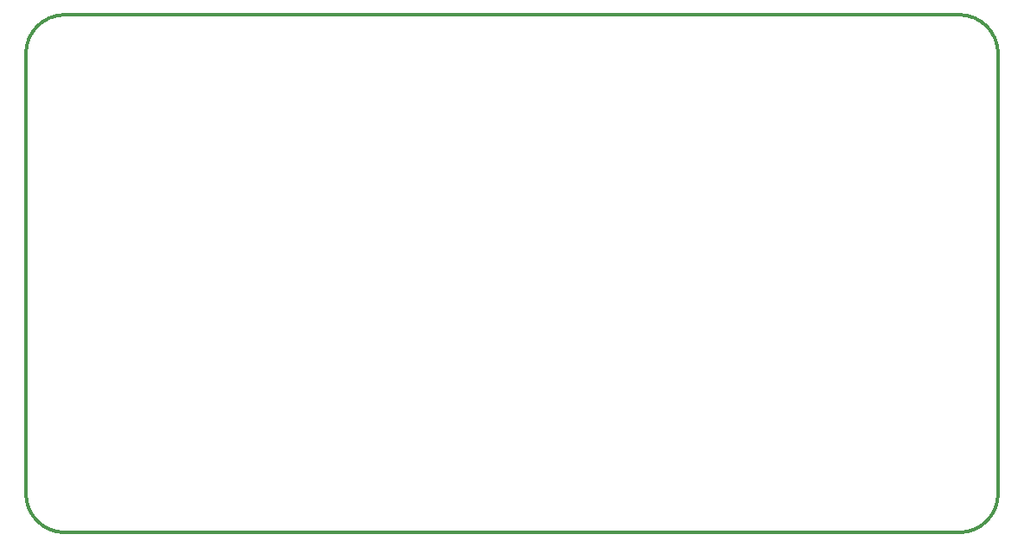
<source format=gm1>
G04 #@! TF.FileFunction,Profile,NP*
%FSLAX46Y46*%
G04 Gerber Fmt 4.6, Leading zero omitted, Abs format (unit mm)*
G04 Created by KiCad (PCBNEW 4.0.5) date 2017 January 24, Tuesday 22:14:05*
%MOMM*%
%LPD*%
G01*
G04 APERTURE LIST*
%ADD10C,0.020000*%
%ADD11C,0.300000*%
G04 APERTURE END LIST*
D10*
D11*
X82550000Y-96520000D02*
G75*
G03X78740000Y-100330000I0J-3810000D01*
G01*
X173990000Y-100330000D02*
G75*
G03X170180000Y-96520000I-3810000J0D01*
G01*
X170180000Y-147320000D02*
G75*
G03X173990000Y-143510000I0J3810000D01*
G01*
X78740000Y-143510000D02*
G75*
G03X82550000Y-147320000I3810000J0D01*
G01*
X78740000Y-100330000D02*
X78740000Y-143510000D01*
X170180000Y-96520000D02*
X82550000Y-96520000D01*
X173990000Y-143510000D02*
X173990000Y-100330000D01*
X82550000Y-147320000D02*
X170180000Y-147320000D01*
M02*

</source>
